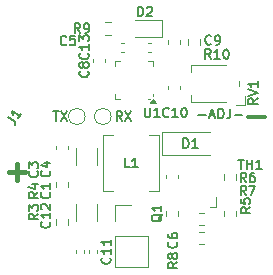
<source format=gbr>
%TF.GenerationSoftware,KiCad,Pcbnew,9.0.1*%
%TF.CreationDate,2025-11-06T23:09:58+01:00*%
%TF.ProjectId,Air_pump_controler,4169725f-7075-46d7-905f-636f6e74726f,0.2*%
%TF.SameCoordinates,Original*%
%TF.FileFunction,Legend,Top*%
%TF.FilePolarity,Positive*%
%FSLAX46Y46*%
G04 Gerber Fmt 4.6, Leading zero omitted, Abs format (unit mm)*
G04 Created by KiCad (PCBNEW 9.0.1) date 2025-11-06 23:09:58*
%MOMM*%
%LPD*%
G01*
G04 APERTURE LIST*
%ADD10C,0.400000*%
%ADD11C,0.150000*%
%ADD12C,0.300000*%
%ADD13C,0.120000*%
%ADD14C,0.100000*%
G04 APERTURE END LIST*
D10*
X146591728Y-91973200D02*
X147963157Y-91973200D01*
X147277442Y-92658914D02*
X147277442Y-91287485D01*
D11*
X162639160Y-87139533D02*
X163248684Y-87139533D01*
X163591540Y-87215723D02*
X163972493Y-87215723D01*
X163515350Y-87444295D02*
X163782017Y-86644295D01*
X163782017Y-86644295D02*
X164048683Y-87444295D01*
X164315350Y-87444295D02*
X164315350Y-86644295D01*
X164315350Y-86644295D02*
X164505826Y-86644295D01*
X164505826Y-86644295D02*
X164620112Y-86682390D01*
X164620112Y-86682390D02*
X164696302Y-86758580D01*
X164696302Y-86758580D02*
X164734397Y-86834771D01*
X164734397Y-86834771D02*
X164772493Y-86987152D01*
X164772493Y-86987152D02*
X164772493Y-87101438D01*
X164772493Y-87101438D02*
X164734397Y-87253819D01*
X164734397Y-87253819D02*
X164696302Y-87330009D01*
X164696302Y-87330009D02*
X164620112Y-87406200D01*
X164620112Y-87406200D02*
X164505826Y-87444295D01*
X164505826Y-87444295D02*
X164315350Y-87444295D01*
X165343921Y-86644295D02*
X165343921Y-87215723D01*
X165343921Y-87215723D02*
X165305826Y-87330009D01*
X165305826Y-87330009D02*
X165229635Y-87406200D01*
X165229635Y-87406200D02*
X165115350Y-87444295D01*
X165115350Y-87444295D02*
X165039159Y-87444295D01*
X165724874Y-87139533D02*
X166334398Y-87139533D01*
D12*
X166875939Y-87378400D02*
X168247368Y-87378400D01*
D11*
X167662295Y-85776189D02*
X167281342Y-86042856D01*
X167662295Y-86233332D02*
X166862295Y-86233332D01*
X166862295Y-86233332D02*
X166862295Y-85928570D01*
X166862295Y-85928570D02*
X166900390Y-85852380D01*
X166900390Y-85852380D02*
X166938485Y-85814285D01*
X166938485Y-85814285D02*
X167014676Y-85776189D01*
X167014676Y-85776189D02*
X167128961Y-85776189D01*
X167128961Y-85776189D02*
X167205152Y-85814285D01*
X167205152Y-85814285D02*
X167243247Y-85852380D01*
X167243247Y-85852380D02*
X167281342Y-85928570D01*
X167281342Y-85928570D02*
X167281342Y-86233332D01*
X166862295Y-85547618D02*
X167662295Y-85280951D01*
X167662295Y-85280951D02*
X166862295Y-85014285D01*
X167662295Y-84328571D02*
X167662295Y-84785714D01*
X167662295Y-84557142D02*
X166862295Y-84557142D01*
X166862295Y-84557142D02*
X166976580Y-84633333D01*
X166976580Y-84633333D02*
X167052771Y-84709523D01*
X167052771Y-84709523D02*
X167090866Y-84785714D01*
X160135714Y-87286104D02*
X160097618Y-87324200D01*
X160097618Y-87324200D02*
X159983333Y-87362295D01*
X159983333Y-87362295D02*
X159907142Y-87362295D01*
X159907142Y-87362295D02*
X159792856Y-87324200D01*
X159792856Y-87324200D02*
X159716666Y-87248009D01*
X159716666Y-87248009D02*
X159678571Y-87171819D01*
X159678571Y-87171819D02*
X159640475Y-87019438D01*
X159640475Y-87019438D02*
X159640475Y-86905152D01*
X159640475Y-86905152D02*
X159678571Y-86752771D01*
X159678571Y-86752771D02*
X159716666Y-86676580D01*
X159716666Y-86676580D02*
X159792856Y-86600390D01*
X159792856Y-86600390D02*
X159907142Y-86562295D01*
X159907142Y-86562295D02*
X159983333Y-86562295D01*
X159983333Y-86562295D02*
X160097618Y-86600390D01*
X160097618Y-86600390D02*
X160135714Y-86638485D01*
X160897618Y-87362295D02*
X160440475Y-87362295D01*
X160669047Y-87362295D02*
X160669047Y-86562295D01*
X160669047Y-86562295D02*
X160592856Y-86676580D01*
X160592856Y-86676580D02*
X160516666Y-86752771D01*
X160516666Y-86752771D02*
X160440475Y-86790866D01*
X161392857Y-86562295D02*
X161469047Y-86562295D01*
X161469047Y-86562295D02*
X161545238Y-86600390D01*
X161545238Y-86600390D02*
X161583333Y-86638485D01*
X161583333Y-86638485D02*
X161621428Y-86714676D01*
X161621428Y-86714676D02*
X161659523Y-86867057D01*
X161659523Y-86867057D02*
X161659523Y-87057533D01*
X161659523Y-87057533D02*
X161621428Y-87209914D01*
X161621428Y-87209914D02*
X161583333Y-87286104D01*
X161583333Y-87286104D02*
X161545238Y-87324200D01*
X161545238Y-87324200D02*
X161469047Y-87362295D01*
X161469047Y-87362295D02*
X161392857Y-87362295D01*
X161392857Y-87362295D02*
X161316666Y-87324200D01*
X161316666Y-87324200D02*
X161278571Y-87286104D01*
X161278571Y-87286104D02*
X161240476Y-87209914D01*
X161240476Y-87209914D02*
X161202380Y-87057533D01*
X161202380Y-87057533D02*
X161202380Y-86867057D01*
X161202380Y-86867057D02*
X161240476Y-86714676D01*
X161240476Y-86714676D02*
X161278571Y-86638485D01*
X161278571Y-86638485D02*
X161316666Y-86600390D01*
X161316666Y-86600390D02*
X161392857Y-86562295D01*
X160862295Y-99633332D02*
X160481342Y-99899999D01*
X160862295Y-100090475D02*
X160062295Y-100090475D01*
X160062295Y-100090475D02*
X160062295Y-99785713D01*
X160062295Y-99785713D02*
X160100390Y-99709523D01*
X160100390Y-99709523D02*
X160138485Y-99671428D01*
X160138485Y-99671428D02*
X160214676Y-99633332D01*
X160214676Y-99633332D02*
X160328961Y-99633332D01*
X160328961Y-99633332D02*
X160405152Y-99671428D01*
X160405152Y-99671428D02*
X160443247Y-99709523D01*
X160443247Y-99709523D02*
X160481342Y-99785713D01*
X160481342Y-99785713D02*
X160481342Y-100090475D01*
X160405152Y-99176190D02*
X160367057Y-99252380D01*
X160367057Y-99252380D02*
X160328961Y-99290475D01*
X160328961Y-99290475D02*
X160252771Y-99328571D01*
X160252771Y-99328571D02*
X160214676Y-99328571D01*
X160214676Y-99328571D02*
X160138485Y-99290475D01*
X160138485Y-99290475D02*
X160100390Y-99252380D01*
X160100390Y-99252380D02*
X160062295Y-99176190D01*
X160062295Y-99176190D02*
X160062295Y-99023809D01*
X160062295Y-99023809D02*
X160100390Y-98947618D01*
X160100390Y-98947618D02*
X160138485Y-98909523D01*
X160138485Y-98909523D02*
X160214676Y-98871428D01*
X160214676Y-98871428D02*
X160252771Y-98871428D01*
X160252771Y-98871428D02*
X160328961Y-98909523D01*
X160328961Y-98909523D02*
X160367057Y-98947618D01*
X160367057Y-98947618D02*
X160405152Y-99023809D01*
X160405152Y-99023809D02*
X160405152Y-99176190D01*
X160405152Y-99176190D02*
X160443247Y-99252380D01*
X160443247Y-99252380D02*
X160481342Y-99290475D01*
X160481342Y-99290475D02*
X160557533Y-99328571D01*
X160557533Y-99328571D02*
X160709914Y-99328571D01*
X160709914Y-99328571D02*
X160786104Y-99290475D01*
X160786104Y-99290475D02*
X160824200Y-99252380D01*
X160824200Y-99252380D02*
X160862295Y-99176190D01*
X160862295Y-99176190D02*
X160862295Y-99023809D01*
X160862295Y-99023809D02*
X160824200Y-98947618D01*
X160824200Y-98947618D02*
X160786104Y-98909523D01*
X160786104Y-98909523D02*
X160709914Y-98871428D01*
X160709914Y-98871428D02*
X160557533Y-98871428D01*
X160557533Y-98871428D02*
X160481342Y-98909523D01*
X160481342Y-98909523D02*
X160443247Y-98947618D01*
X160443247Y-98947618D02*
X160405152Y-99023809D01*
X161359524Y-89962295D02*
X161359524Y-89162295D01*
X161359524Y-89162295D02*
X161550000Y-89162295D01*
X161550000Y-89162295D02*
X161664286Y-89200390D01*
X161664286Y-89200390D02*
X161740476Y-89276580D01*
X161740476Y-89276580D02*
X161778571Y-89352771D01*
X161778571Y-89352771D02*
X161816667Y-89505152D01*
X161816667Y-89505152D02*
X161816667Y-89619438D01*
X161816667Y-89619438D02*
X161778571Y-89771819D01*
X161778571Y-89771819D02*
X161740476Y-89848009D01*
X161740476Y-89848009D02*
X161664286Y-89924200D01*
X161664286Y-89924200D02*
X161550000Y-89962295D01*
X161550000Y-89962295D02*
X161359524Y-89962295D01*
X162578571Y-89962295D02*
X162121428Y-89962295D01*
X162350000Y-89962295D02*
X162350000Y-89162295D01*
X162350000Y-89162295D02*
X162273809Y-89276580D01*
X162273809Y-89276580D02*
X162197619Y-89352771D01*
X162197619Y-89352771D02*
X162121428Y-89390866D01*
X158090476Y-86562295D02*
X158090476Y-87209914D01*
X158090476Y-87209914D02*
X158128571Y-87286104D01*
X158128571Y-87286104D02*
X158166666Y-87324200D01*
X158166666Y-87324200D02*
X158242857Y-87362295D01*
X158242857Y-87362295D02*
X158395238Y-87362295D01*
X158395238Y-87362295D02*
X158471428Y-87324200D01*
X158471428Y-87324200D02*
X158509523Y-87286104D01*
X158509523Y-87286104D02*
X158547619Y-87209914D01*
X158547619Y-87209914D02*
X158547619Y-86562295D01*
X159347618Y-87362295D02*
X158890475Y-87362295D01*
X159119047Y-87362295D02*
X159119047Y-86562295D01*
X159119047Y-86562295D02*
X159042856Y-86676580D01*
X159042856Y-86676580D02*
X158966666Y-86752771D01*
X158966666Y-86752771D02*
X158890475Y-86790866D01*
X153286104Y-81964285D02*
X153324200Y-82002381D01*
X153324200Y-82002381D02*
X153362295Y-82116666D01*
X153362295Y-82116666D02*
X153362295Y-82192857D01*
X153362295Y-82192857D02*
X153324200Y-82307143D01*
X153324200Y-82307143D02*
X153248009Y-82383333D01*
X153248009Y-82383333D02*
X153171819Y-82421428D01*
X153171819Y-82421428D02*
X153019438Y-82459524D01*
X153019438Y-82459524D02*
X152905152Y-82459524D01*
X152905152Y-82459524D02*
X152752771Y-82421428D01*
X152752771Y-82421428D02*
X152676580Y-82383333D01*
X152676580Y-82383333D02*
X152600390Y-82307143D01*
X152600390Y-82307143D02*
X152562295Y-82192857D01*
X152562295Y-82192857D02*
X152562295Y-82116666D01*
X152562295Y-82116666D02*
X152600390Y-82002381D01*
X152600390Y-82002381D02*
X152638485Y-81964285D01*
X153362295Y-81202381D02*
X153362295Y-81659524D01*
X153362295Y-81430952D02*
X152562295Y-81430952D01*
X152562295Y-81430952D02*
X152676580Y-81507143D01*
X152676580Y-81507143D02*
X152752771Y-81583333D01*
X152752771Y-81583333D02*
X152790866Y-81659524D01*
X152562295Y-80935714D02*
X152562295Y-80440476D01*
X152562295Y-80440476D02*
X152867057Y-80707142D01*
X152867057Y-80707142D02*
X152867057Y-80592857D01*
X152867057Y-80592857D02*
X152905152Y-80516666D01*
X152905152Y-80516666D02*
X152943247Y-80478571D01*
X152943247Y-80478571D02*
X153019438Y-80440476D01*
X153019438Y-80440476D02*
X153209914Y-80440476D01*
X153209914Y-80440476D02*
X153286104Y-80478571D01*
X153286104Y-80478571D02*
X153324200Y-80516666D01*
X153324200Y-80516666D02*
X153362295Y-80592857D01*
X153362295Y-80592857D02*
X153362295Y-80821428D01*
X153362295Y-80821428D02*
X153324200Y-80897619D01*
X153324200Y-80897619D02*
X153286104Y-80935714D01*
X151466667Y-81186104D02*
X151428571Y-81224200D01*
X151428571Y-81224200D02*
X151314286Y-81262295D01*
X151314286Y-81262295D02*
X151238095Y-81262295D01*
X151238095Y-81262295D02*
X151123809Y-81224200D01*
X151123809Y-81224200D02*
X151047619Y-81148009D01*
X151047619Y-81148009D02*
X151009524Y-81071819D01*
X151009524Y-81071819D02*
X150971428Y-80919438D01*
X150971428Y-80919438D02*
X150971428Y-80805152D01*
X150971428Y-80805152D02*
X151009524Y-80652771D01*
X151009524Y-80652771D02*
X151047619Y-80576580D01*
X151047619Y-80576580D02*
X151123809Y-80500390D01*
X151123809Y-80500390D02*
X151238095Y-80462295D01*
X151238095Y-80462295D02*
X151314286Y-80462295D01*
X151314286Y-80462295D02*
X151428571Y-80500390D01*
X151428571Y-80500390D02*
X151466667Y-80538485D01*
X152190476Y-80462295D02*
X151809524Y-80462295D01*
X151809524Y-80462295D02*
X151771428Y-80843247D01*
X151771428Y-80843247D02*
X151809524Y-80805152D01*
X151809524Y-80805152D02*
X151885714Y-80767057D01*
X151885714Y-80767057D02*
X152076190Y-80767057D01*
X152076190Y-80767057D02*
X152152381Y-80805152D01*
X152152381Y-80805152D02*
X152190476Y-80843247D01*
X152190476Y-80843247D02*
X152228571Y-80919438D01*
X152228571Y-80919438D02*
X152228571Y-81109914D01*
X152228571Y-81109914D02*
X152190476Y-81186104D01*
X152190476Y-81186104D02*
X152152381Y-81224200D01*
X152152381Y-81224200D02*
X152076190Y-81262295D01*
X152076190Y-81262295D02*
X151885714Y-81262295D01*
X151885714Y-81262295D02*
X151809524Y-81224200D01*
X151809524Y-81224200D02*
X151771428Y-81186104D01*
X159588485Y-95576190D02*
X159550390Y-95652380D01*
X159550390Y-95652380D02*
X159474200Y-95728571D01*
X159474200Y-95728571D02*
X159359914Y-95842857D01*
X159359914Y-95842857D02*
X159321819Y-95919047D01*
X159321819Y-95919047D02*
X159321819Y-95995238D01*
X159512295Y-95957142D02*
X159474200Y-96033333D01*
X159474200Y-96033333D02*
X159398009Y-96109523D01*
X159398009Y-96109523D02*
X159245628Y-96147619D01*
X159245628Y-96147619D02*
X158978961Y-96147619D01*
X158978961Y-96147619D02*
X158826580Y-96109523D01*
X158826580Y-96109523D02*
X158750390Y-96033333D01*
X158750390Y-96033333D02*
X158712295Y-95957142D01*
X158712295Y-95957142D02*
X158712295Y-95804761D01*
X158712295Y-95804761D02*
X158750390Y-95728571D01*
X158750390Y-95728571D02*
X158826580Y-95652380D01*
X158826580Y-95652380D02*
X158978961Y-95614285D01*
X158978961Y-95614285D02*
X159245628Y-95614285D01*
X159245628Y-95614285D02*
X159398009Y-95652380D01*
X159398009Y-95652380D02*
X159474200Y-95728571D01*
X159474200Y-95728571D02*
X159512295Y-95804761D01*
X159512295Y-95804761D02*
X159512295Y-95957142D01*
X159512295Y-94852381D02*
X159512295Y-95309524D01*
X159512295Y-95080952D02*
X158712295Y-95080952D01*
X158712295Y-95080952D02*
X158826580Y-95157143D01*
X158826580Y-95157143D02*
X158902771Y-95233333D01*
X158902771Y-95233333D02*
X158940866Y-95309524D01*
X148986104Y-91933332D02*
X149024200Y-91971428D01*
X149024200Y-91971428D02*
X149062295Y-92085713D01*
X149062295Y-92085713D02*
X149062295Y-92161904D01*
X149062295Y-92161904D02*
X149024200Y-92276190D01*
X149024200Y-92276190D02*
X148948009Y-92352380D01*
X148948009Y-92352380D02*
X148871819Y-92390475D01*
X148871819Y-92390475D02*
X148719438Y-92428571D01*
X148719438Y-92428571D02*
X148605152Y-92428571D01*
X148605152Y-92428571D02*
X148452771Y-92390475D01*
X148452771Y-92390475D02*
X148376580Y-92352380D01*
X148376580Y-92352380D02*
X148300390Y-92276190D01*
X148300390Y-92276190D02*
X148262295Y-92161904D01*
X148262295Y-92161904D02*
X148262295Y-92085713D01*
X148262295Y-92085713D02*
X148300390Y-91971428D01*
X148300390Y-91971428D02*
X148338485Y-91933332D01*
X148262295Y-91666666D02*
X148262295Y-91171428D01*
X148262295Y-91171428D02*
X148567057Y-91438094D01*
X148567057Y-91438094D02*
X148567057Y-91323809D01*
X148567057Y-91323809D02*
X148605152Y-91247618D01*
X148605152Y-91247618D02*
X148643247Y-91209523D01*
X148643247Y-91209523D02*
X148719438Y-91171428D01*
X148719438Y-91171428D02*
X148909914Y-91171428D01*
X148909914Y-91171428D02*
X148986104Y-91209523D01*
X148986104Y-91209523D02*
X149024200Y-91247618D01*
X149024200Y-91247618D02*
X149062295Y-91323809D01*
X149062295Y-91323809D02*
X149062295Y-91552380D01*
X149062295Y-91552380D02*
X149024200Y-91628571D01*
X149024200Y-91628571D02*
X148986104Y-91666666D01*
X163716667Y-81136104D02*
X163678571Y-81174200D01*
X163678571Y-81174200D02*
X163564286Y-81212295D01*
X163564286Y-81212295D02*
X163488095Y-81212295D01*
X163488095Y-81212295D02*
X163373809Y-81174200D01*
X163373809Y-81174200D02*
X163297619Y-81098009D01*
X163297619Y-81098009D02*
X163259524Y-81021819D01*
X163259524Y-81021819D02*
X163221428Y-80869438D01*
X163221428Y-80869438D02*
X163221428Y-80755152D01*
X163221428Y-80755152D02*
X163259524Y-80602771D01*
X163259524Y-80602771D02*
X163297619Y-80526580D01*
X163297619Y-80526580D02*
X163373809Y-80450390D01*
X163373809Y-80450390D02*
X163488095Y-80412295D01*
X163488095Y-80412295D02*
X163564286Y-80412295D01*
X163564286Y-80412295D02*
X163678571Y-80450390D01*
X163678571Y-80450390D02*
X163716667Y-80488485D01*
X164097619Y-81212295D02*
X164250000Y-81212295D01*
X164250000Y-81212295D02*
X164326190Y-81174200D01*
X164326190Y-81174200D02*
X164364286Y-81136104D01*
X164364286Y-81136104D02*
X164440476Y-81021819D01*
X164440476Y-81021819D02*
X164478571Y-80869438D01*
X164478571Y-80869438D02*
X164478571Y-80564676D01*
X164478571Y-80564676D02*
X164440476Y-80488485D01*
X164440476Y-80488485D02*
X164402381Y-80450390D01*
X164402381Y-80450390D02*
X164326190Y-80412295D01*
X164326190Y-80412295D02*
X164173809Y-80412295D01*
X164173809Y-80412295D02*
X164097619Y-80450390D01*
X164097619Y-80450390D02*
X164059524Y-80488485D01*
X164059524Y-80488485D02*
X164021428Y-80564676D01*
X164021428Y-80564676D02*
X164021428Y-80755152D01*
X164021428Y-80755152D02*
X164059524Y-80831342D01*
X164059524Y-80831342D02*
X164097619Y-80869438D01*
X164097619Y-80869438D02*
X164173809Y-80907533D01*
X164173809Y-80907533D02*
X164326190Y-80907533D01*
X164326190Y-80907533D02*
X164402381Y-80869438D01*
X164402381Y-80869438D02*
X164440476Y-80831342D01*
X164440476Y-80831342D02*
X164478571Y-80755152D01*
X150036104Y-91883332D02*
X150074200Y-91921428D01*
X150074200Y-91921428D02*
X150112295Y-92035713D01*
X150112295Y-92035713D02*
X150112295Y-92111904D01*
X150112295Y-92111904D02*
X150074200Y-92226190D01*
X150074200Y-92226190D02*
X149998009Y-92302380D01*
X149998009Y-92302380D02*
X149921819Y-92340475D01*
X149921819Y-92340475D02*
X149769438Y-92378571D01*
X149769438Y-92378571D02*
X149655152Y-92378571D01*
X149655152Y-92378571D02*
X149502771Y-92340475D01*
X149502771Y-92340475D02*
X149426580Y-92302380D01*
X149426580Y-92302380D02*
X149350390Y-92226190D01*
X149350390Y-92226190D02*
X149312295Y-92111904D01*
X149312295Y-92111904D02*
X149312295Y-92035713D01*
X149312295Y-92035713D02*
X149350390Y-91921428D01*
X149350390Y-91921428D02*
X149388485Y-91883332D01*
X149578961Y-91197618D02*
X150112295Y-91197618D01*
X149274200Y-91388094D02*
X149845628Y-91578571D01*
X149845628Y-91578571D02*
X149845628Y-91083332D01*
X153286104Y-83483332D02*
X153324200Y-83521428D01*
X153324200Y-83521428D02*
X153362295Y-83635713D01*
X153362295Y-83635713D02*
X153362295Y-83711904D01*
X153362295Y-83711904D02*
X153324200Y-83826190D01*
X153324200Y-83826190D02*
X153248009Y-83902380D01*
X153248009Y-83902380D02*
X153171819Y-83940475D01*
X153171819Y-83940475D02*
X153019438Y-83978571D01*
X153019438Y-83978571D02*
X152905152Y-83978571D01*
X152905152Y-83978571D02*
X152752771Y-83940475D01*
X152752771Y-83940475D02*
X152676580Y-83902380D01*
X152676580Y-83902380D02*
X152600390Y-83826190D01*
X152600390Y-83826190D02*
X152562295Y-83711904D01*
X152562295Y-83711904D02*
X152562295Y-83635713D01*
X152562295Y-83635713D02*
X152600390Y-83521428D01*
X152600390Y-83521428D02*
X152638485Y-83483332D01*
X152905152Y-83026190D02*
X152867057Y-83102380D01*
X152867057Y-83102380D02*
X152828961Y-83140475D01*
X152828961Y-83140475D02*
X152752771Y-83178571D01*
X152752771Y-83178571D02*
X152714676Y-83178571D01*
X152714676Y-83178571D02*
X152638485Y-83140475D01*
X152638485Y-83140475D02*
X152600390Y-83102380D01*
X152600390Y-83102380D02*
X152562295Y-83026190D01*
X152562295Y-83026190D02*
X152562295Y-82873809D01*
X152562295Y-82873809D02*
X152600390Y-82797618D01*
X152600390Y-82797618D02*
X152638485Y-82759523D01*
X152638485Y-82759523D02*
X152714676Y-82721428D01*
X152714676Y-82721428D02*
X152752771Y-82721428D01*
X152752771Y-82721428D02*
X152828961Y-82759523D01*
X152828961Y-82759523D02*
X152867057Y-82797618D01*
X152867057Y-82797618D02*
X152905152Y-82873809D01*
X152905152Y-82873809D02*
X152905152Y-83026190D01*
X152905152Y-83026190D02*
X152943247Y-83102380D01*
X152943247Y-83102380D02*
X152981342Y-83140475D01*
X152981342Y-83140475D02*
X153057533Y-83178571D01*
X153057533Y-83178571D02*
X153209914Y-83178571D01*
X153209914Y-83178571D02*
X153286104Y-83140475D01*
X153286104Y-83140475D02*
X153324200Y-83102380D01*
X153324200Y-83102380D02*
X153362295Y-83026190D01*
X153362295Y-83026190D02*
X153362295Y-82873809D01*
X153362295Y-82873809D02*
X153324200Y-82797618D01*
X153324200Y-82797618D02*
X153286104Y-82759523D01*
X153286104Y-82759523D02*
X153209914Y-82721428D01*
X153209914Y-82721428D02*
X153057533Y-82721428D01*
X153057533Y-82721428D02*
X152981342Y-82759523D01*
X152981342Y-82759523D02*
X152943247Y-82797618D01*
X152943247Y-82797618D02*
X152905152Y-82873809D01*
X166666667Y-92862295D02*
X166400000Y-92481342D01*
X166209524Y-92862295D02*
X166209524Y-92062295D01*
X166209524Y-92062295D02*
X166514286Y-92062295D01*
X166514286Y-92062295D02*
X166590476Y-92100390D01*
X166590476Y-92100390D02*
X166628571Y-92138485D01*
X166628571Y-92138485D02*
X166666667Y-92214676D01*
X166666667Y-92214676D02*
X166666667Y-92328961D01*
X166666667Y-92328961D02*
X166628571Y-92405152D01*
X166628571Y-92405152D02*
X166590476Y-92443247D01*
X166590476Y-92443247D02*
X166514286Y-92481342D01*
X166514286Y-92481342D02*
X166209524Y-92481342D01*
X167352381Y-92062295D02*
X167200000Y-92062295D01*
X167200000Y-92062295D02*
X167123809Y-92100390D01*
X167123809Y-92100390D02*
X167085714Y-92138485D01*
X167085714Y-92138485D02*
X167009524Y-92252771D01*
X167009524Y-92252771D02*
X166971428Y-92405152D01*
X166971428Y-92405152D02*
X166971428Y-92709914D01*
X166971428Y-92709914D02*
X167009524Y-92786104D01*
X167009524Y-92786104D02*
X167047619Y-92824200D01*
X167047619Y-92824200D02*
X167123809Y-92862295D01*
X167123809Y-92862295D02*
X167276190Y-92862295D01*
X167276190Y-92862295D02*
X167352381Y-92824200D01*
X167352381Y-92824200D02*
X167390476Y-92786104D01*
X167390476Y-92786104D02*
X167428571Y-92709914D01*
X167428571Y-92709914D02*
X167428571Y-92519438D01*
X167428571Y-92519438D02*
X167390476Y-92443247D01*
X167390476Y-92443247D02*
X167352381Y-92405152D01*
X167352381Y-92405152D02*
X167276190Y-92367057D01*
X167276190Y-92367057D02*
X167123809Y-92367057D01*
X167123809Y-92367057D02*
X167047619Y-92405152D01*
X167047619Y-92405152D02*
X167009524Y-92443247D01*
X167009524Y-92443247D02*
X166971428Y-92519438D01*
X166666667Y-93962295D02*
X166400000Y-93581342D01*
X166209524Y-93962295D02*
X166209524Y-93162295D01*
X166209524Y-93162295D02*
X166514286Y-93162295D01*
X166514286Y-93162295D02*
X166590476Y-93200390D01*
X166590476Y-93200390D02*
X166628571Y-93238485D01*
X166628571Y-93238485D02*
X166666667Y-93314676D01*
X166666667Y-93314676D02*
X166666667Y-93428961D01*
X166666667Y-93428961D02*
X166628571Y-93505152D01*
X166628571Y-93505152D02*
X166590476Y-93543247D01*
X166590476Y-93543247D02*
X166514286Y-93581342D01*
X166514286Y-93581342D02*
X166209524Y-93581342D01*
X166933333Y-93162295D02*
X167466667Y-93162295D01*
X167466667Y-93162295D02*
X167123809Y-93962295D01*
X156816666Y-91612295D02*
X156435714Y-91612295D01*
X156435714Y-91612295D02*
X156435714Y-90812295D01*
X157502380Y-91612295D02*
X157045237Y-91612295D01*
X157273809Y-91612295D02*
X157273809Y-90812295D01*
X157273809Y-90812295D02*
X157197618Y-90926580D01*
X157197618Y-90926580D02*
X157121428Y-91002771D01*
X157121428Y-91002771D02*
X157045237Y-91040866D01*
X150340476Y-86862295D02*
X150797619Y-86862295D01*
X150569047Y-87662295D02*
X150569047Y-86862295D01*
X150988095Y-86862295D02*
X151521429Y-87662295D01*
X151521429Y-86862295D02*
X150988095Y-87662295D01*
X166021428Y-90962295D02*
X166478571Y-90962295D01*
X166249999Y-91762295D02*
X166249999Y-90962295D01*
X166745238Y-91762295D02*
X166745238Y-90962295D01*
X166745238Y-91343247D02*
X167202381Y-91343247D01*
X167202381Y-91762295D02*
X167202381Y-90962295D01*
X168002380Y-91762295D02*
X167545237Y-91762295D01*
X167773809Y-91762295D02*
X167773809Y-90962295D01*
X167773809Y-90962295D02*
X167697618Y-91076580D01*
X167697618Y-91076580D02*
X167621428Y-91152771D01*
X167621428Y-91152771D02*
X167545237Y-91190866D01*
X149062295Y-93733332D02*
X148681342Y-93999999D01*
X149062295Y-94190475D02*
X148262295Y-94190475D01*
X148262295Y-94190475D02*
X148262295Y-93885713D01*
X148262295Y-93885713D02*
X148300390Y-93809523D01*
X148300390Y-93809523D02*
X148338485Y-93771428D01*
X148338485Y-93771428D02*
X148414676Y-93733332D01*
X148414676Y-93733332D02*
X148528961Y-93733332D01*
X148528961Y-93733332D02*
X148605152Y-93771428D01*
X148605152Y-93771428D02*
X148643247Y-93809523D01*
X148643247Y-93809523D02*
X148681342Y-93885713D01*
X148681342Y-93885713D02*
X148681342Y-94190475D01*
X148528961Y-93047618D02*
X149062295Y-93047618D01*
X148224200Y-93238094D02*
X148795628Y-93428571D01*
X148795628Y-93428571D02*
X148795628Y-92933332D01*
X160786104Y-97933332D02*
X160824200Y-97971428D01*
X160824200Y-97971428D02*
X160862295Y-98085713D01*
X160862295Y-98085713D02*
X160862295Y-98161904D01*
X160862295Y-98161904D02*
X160824200Y-98276190D01*
X160824200Y-98276190D02*
X160748009Y-98352380D01*
X160748009Y-98352380D02*
X160671819Y-98390475D01*
X160671819Y-98390475D02*
X160519438Y-98428571D01*
X160519438Y-98428571D02*
X160405152Y-98428571D01*
X160405152Y-98428571D02*
X160252771Y-98390475D01*
X160252771Y-98390475D02*
X160176580Y-98352380D01*
X160176580Y-98352380D02*
X160100390Y-98276190D01*
X160100390Y-98276190D02*
X160062295Y-98161904D01*
X160062295Y-98161904D02*
X160062295Y-98085713D01*
X160062295Y-98085713D02*
X160100390Y-97971428D01*
X160100390Y-97971428D02*
X160138485Y-97933332D01*
X160062295Y-97247618D02*
X160062295Y-97399999D01*
X160062295Y-97399999D02*
X160100390Y-97476190D01*
X160100390Y-97476190D02*
X160138485Y-97514285D01*
X160138485Y-97514285D02*
X160252771Y-97590475D01*
X160252771Y-97590475D02*
X160405152Y-97628571D01*
X160405152Y-97628571D02*
X160709914Y-97628571D01*
X160709914Y-97628571D02*
X160786104Y-97590475D01*
X160786104Y-97590475D02*
X160824200Y-97552380D01*
X160824200Y-97552380D02*
X160862295Y-97476190D01*
X160862295Y-97476190D02*
X160862295Y-97323809D01*
X160862295Y-97323809D02*
X160824200Y-97247618D01*
X160824200Y-97247618D02*
X160786104Y-97209523D01*
X160786104Y-97209523D02*
X160709914Y-97171428D01*
X160709914Y-97171428D02*
X160519438Y-97171428D01*
X160519438Y-97171428D02*
X160443247Y-97209523D01*
X160443247Y-97209523D02*
X160405152Y-97247618D01*
X160405152Y-97247618D02*
X160367057Y-97323809D01*
X160367057Y-97323809D02*
X160367057Y-97476190D01*
X160367057Y-97476190D02*
X160405152Y-97552380D01*
X160405152Y-97552380D02*
X160443247Y-97590475D01*
X160443247Y-97590475D02*
X160519438Y-97628571D01*
X150036104Y-96214285D02*
X150074200Y-96252381D01*
X150074200Y-96252381D02*
X150112295Y-96366666D01*
X150112295Y-96366666D02*
X150112295Y-96442857D01*
X150112295Y-96442857D02*
X150074200Y-96557143D01*
X150074200Y-96557143D02*
X149998009Y-96633333D01*
X149998009Y-96633333D02*
X149921819Y-96671428D01*
X149921819Y-96671428D02*
X149769438Y-96709524D01*
X149769438Y-96709524D02*
X149655152Y-96709524D01*
X149655152Y-96709524D02*
X149502771Y-96671428D01*
X149502771Y-96671428D02*
X149426580Y-96633333D01*
X149426580Y-96633333D02*
X149350390Y-96557143D01*
X149350390Y-96557143D02*
X149312295Y-96442857D01*
X149312295Y-96442857D02*
X149312295Y-96366666D01*
X149312295Y-96366666D02*
X149350390Y-96252381D01*
X149350390Y-96252381D02*
X149388485Y-96214285D01*
X150112295Y-95452381D02*
X150112295Y-95909524D01*
X150112295Y-95680952D02*
X149312295Y-95680952D01*
X149312295Y-95680952D02*
X149426580Y-95757143D01*
X149426580Y-95757143D02*
X149502771Y-95833333D01*
X149502771Y-95833333D02*
X149540866Y-95909524D01*
X149388485Y-95147619D02*
X149350390Y-95109523D01*
X149350390Y-95109523D02*
X149312295Y-95033333D01*
X149312295Y-95033333D02*
X149312295Y-94842857D01*
X149312295Y-94842857D02*
X149350390Y-94766666D01*
X149350390Y-94766666D02*
X149388485Y-94728571D01*
X149388485Y-94728571D02*
X149464676Y-94690476D01*
X149464676Y-94690476D02*
X149540866Y-94690476D01*
X149540866Y-94690476D02*
X149655152Y-94728571D01*
X149655152Y-94728571D02*
X150112295Y-95185714D01*
X150112295Y-95185714D02*
X150112295Y-94690476D01*
X167012295Y-94983332D02*
X166631342Y-95249999D01*
X167012295Y-95440475D02*
X166212295Y-95440475D01*
X166212295Y-95440475D02*
X166212295Y-95135713D01*
X166212295Y-95135713D02*
X166250390Y-95059523D01*
X166250390Y-95059523D02*
X166288485Y-95021428D01*
X166288485Y-95021428D02*
X166364676Y-94983332D01*
X166364676Y-94983332D02*
X166478961Y-94983332D01*
X166478961Y-94983332D02*
X166555152Y-95021428D01*
X166555152Y-95021428D02*
X166593247Y-95059523D01*
X166593247Y-95059523D02*
X166631342Y-95135713D01*
X166631342Y-95135713D02*
X166631342Y-95440475D01*
X166212295Y-94259523D02*
X166212295Y-94640475D01*
X166212295Y-94640475D02*
X166593247Y-94678571D01*
X166593247Y-94678571D02*
X166555152Y-94640475D01*
X166555152Y-94640475D02*
X166517057Y-94564285D01*
X166517057Y-94564285D02*
X166517057Y-94373809D01*
X166517057Y-94373809D02*
X166555152Y-94297618D01*
X166555152Y-94297618D02*
X166593247Y-94259523D01*
X166593247Y-94259523D02*
X166669438Y-94221428D01*
X166669438Y-94221428D02*
X166859914Y-94221428D01*
X166859914Y-94221428D02*
X166936104Y-94259523D01*
X166936104Y-94259523D02*
X166974200Y-94297618D01*
X166974200Y-94297618D02*
X167012295Y-94373809D01*
X167012295Y-94373809D02*
X167012295Y-94564285D01*
X167012295Y-94564285D02*
X166974200Y-94640475D01*
X166974200Y-94640475D02*
X166936104Y-94678571D01*
X150036104Y-93733332D02*
X150074200Y-93771428D01*
X150074200Y-93771428D02*
X150112295Y-93885713D01*
X150112295Y-93885713D02*
X150112295Y-93961904D01*
X150112295Y-93961904D02*
X150074200Y-94076190D01*
X150074200Y-94076190D02*
X149998009Y-94152380D01*
X149998009Y-94152380D02*
X149921819Y-94190475D01*
X149921819Y-94190475D02*
X149769438Y-94228571D01*
X149769438Y-94228571D02*
X149655152Y-94228571D01*
X149655152Y-94228571D02*
X149502771Y-94190475D01*
X149502771Y-94190475D02*
X149426580Y-94152380D01*
X149426580Y-94152380D02*
X149350390Y-94076190D01*
X149350390Y-94076190D02*
X149312295Y-93961904D01*
X149312295Y-93961904D02*
X149312295Y-93885713D01*
X149312295Y-93885713D02*
X149350390Y-93771428D01*
X149350390Y-93771428D02*
X149388485Y-93733332D01*
X150112295Y-92971428D02*
X150112295Y-93428571D01*
X150112295Y-93199999D02*
X149312295Y-93199999D01*
X149312295Y-93199999D02*
X149426580Y-93276190D01*
X149426580Y-93276190D02*
X149502771Y-93352380D01*
X149502771Y-93352380D02*
X149540866Y-93428571D01*
X152616667Y-80212295D02*
X152350000Y-79831342D01*
X152159524Y-80212295D02*
X152159524Y-79412295D01*
X152159524Y-79412295D02*
X152464286Y-79412295D01*
X152464286Y-79412295D02*
X152540476Y-79450390D01*
X152540476Y-79450390D02*
X152578571Y-79488485D01*
X152578571Y-79488485D02*
X152616667Y-79564676D01*
X152616667Y-79564676D02*
X152616667Y-79678961D01*
X152616667Y-79678961D02*
X152578571Y-79755152D01*
X152578571Y-79755152D02*
X152540476Y-79793247D01*
X152540476Y-79793247D02*
X152464286Y-79831342D01*
X152464286Y-79831342D02*
X152159524Y-79831342D01*
X152997619Y-80212295D02*
X153150000Y-80212295D01*
X153150000Y-80212295D02*
X153226190Y-80174200D01*
X153226190Y-80174200D02*
X153264286Y-80136104D01*
X153264286Y-80136104D02*
X153340476Y-80021819D01*
X153340476Y-80021819D02*
X153378571Y-79869438D01*
X153378571Y-79869438D02*
X153378571Y-79564676D01*
X153378571Y-79564676D02*
X153340476Y-79488485D01*
X153340476Y-79488485D02*
X153302381Y-79450390D01*
X153302381Y-79450390D02*
X153226190Y-79412295D01*
X153226190Y-79412295D02*
X153073809Y-79412295D01*
X153073809Y-79412295D02*
X152997619Y-79450390D01*
X152997619Y-79450390D02*
X152959524Y-79488485D01*
X152959524Y-79488485D02*
X152921428Y-79564676D01*
X152921428Y-79564676D02*
X152921428Y-79755152D01*
X152921428Y-79755152D02*
X152959524Y-79831342D01*
X152959524Y-79831342D02*
X152997619Y-79869438D01*
X152997619Y-79869438D02*
X153073809Y-79907533D01*
X153073809Y-79907533D02*
X153226190Y-79907533D01*
X153226190Y-79907533D02*
X153302381Y-79869438D01*
X153302381Y-79869438D02*
X153340476Y-79831342D01*
X153340476Y-79831342D02*
X153378571Y-79755152D01*
X157509524Y-78812295D02*
X157509524Y-78012295D01*
X157509524Y-78012295D02*
X157700000Y-78012295D01*
X157700000Y-78012295D02*
X157814286Y-78050390D01*
X157814286Y-78050390D02*
X157890476Y-78126580D01*
X157890476Y-78126580D02*
X157928571Y-78202771D01*
X157928571Y-78202771D02*
X157966667Y-78355152D01*
X157966667Y-78355152D02*
X157966667Y-78469438D01*
X157966667Y-78469438D02*
X157928571Y-78621819D01*
X157928571Y-78621819D02*
X157890476Y-78698009D01*
X157890476Y-78698009D02*
X157814286Y-78774200D01*
X157814286Y-78774200D02*
X157700000Y-78812295D01*
X157700000Y-78812295D02*
X157509524Y-78812295D01*
X158271428Y-78088485D02*
X158309524Y-78050390D01*
X158309524Y-78050390D02*
X158385714Y-78012295D01*
X158385714Y-78012295D02*
X158576190Y-78012295D01*
X158576190Y-78012295D02*
X158652381Y-78050390D01*
X158652381Y-78050390D02*
X158690476Y-78088485D01*
X158690476Y-78088485D02*
X158728571Y-78164676D01*
X158728571Y-78164676D02*
X158728571Y-78240866D01*
X158728571Y-78240866D02*
X158690476Y-78355152D01*
X158690476Y-78355152D02*
X158233333Y-78812295D01*
X158233333Y-78812295D02*
X158728571Y-78812295D01*
X146542964Y-87363860D02*
X147037836Y-87649574D01*
X147037836Y-87649574D02*
X147117762Y-87739709D01*
X147117762Y-87739709D02*
X147145650Y-87843787D01*
X147145650Y-87843787D02*
X147121498Y-87961809D01*
X147121498Y-87961809D02*
X147083403Y-88027792D01*
X147635784Y-87071039D02*
X147407213Y-87466937D01*
X147521499Y-87268988D02*
X146828678Y-86868988D01*
X146828678Y-86868988D02*
X146889557Y-86992114D01*
X146889557Y-86992114D02*
X146917445Y-87096192D01*
X146917445Y-87096192D02*
X146912341Y-87181223D01*
X163685714Y-82412295D02*
X163419047Y-82031342D01*
X163228571Y-82412295D02*
X163228571Y-81612295D01*
X163228571Y-81612295D02*
X163533333Y-81612295D01*
X163533333Y-81612295D02*
X163609523Y-81650390D01*
X163609523Y-81650390D02*
X163647618Y-81688485D01*
X163647618Y-81688485D02*
X163685714Y-81764676D01*
X163685714Y-81764676D02*
X163685714Y-81878961D01*
X163685714Y-81878961D02*
X163647618Y-81955152D01*
X163647618Y-81955152D02*
X163609523Y-81993247D01*
X163609523Y-81993247D02*
X163533333Y-82031342D01*
X163533333Y-82031342D02*
X163228571Y-82031342D01*
X164447618Y-82412295D02*
X163990475Y-82412295D01*
X164219047Y-82412295D02*
X164219047Y-81612295D01*
X164219047Y-81612295D02*
X164142856Y-81726580D01*
X164142856Y-81726580D02*
X164066666Y-81802771D01*
X164066666Y-81802771D02*
X163990475Y-81840866D01*
X164942857Y-81612295D02*
X165019047Y-81612295D01*
X165019047Y-81612295D02*
X165095238Y-81650390D01*
X165095238Y-81650390D02*
X165133333Y-81688485D01*
X165133333Y-81688485D02*
X165171428Y-81764676D01*
X165171428Y-81764676D02*
X165209523Y-81917057D01*
X165209523Y-81917057D02*
X165209523Y-82107533D01*
X165209523Y-82107533D02*
X165171428Y-82259914D01*
X165171428Y-82259914D02*
X165133333Y-82336104D01*
X165133333Y-82336104D02*
X165095238Y-82374200D01*
X165095238Y-82374200D02*
X165019047Y-82412295D01*
X165019047Y-82412295D02*
X164942857Y-82412295D01*
X164942857Y-82412295D02*
X164866666Y-82374200D01*
X164866666Y-82374200D02*
X164828571Y-82336104D01*
X164828571Y-82336104D02*
X164790476Y-82259914D01*
X164790476Y-82259914D02*
X164752380Y-82107533D01*
X164752380Y-82107533D02*
X164752380Y-81917057D01*
X164752380Y-81917057D02*
X164790476Y-81764676D01*
X164790476Y-81764676D02*
X164828571Y-81688485D01*
X164828571Y-81688485D02*
X164866666Y-81650390D01*
X164866666Y-81650390D02*
X164942857Y-81612295D01*
X156166667Y-87662295D02*
X155900000Y-87281342D01*
X155709524Y-87662295D02*
X155709524Y-86862295D01*
X155709524Y-86862295D02*
X156014286Y-86862295D01*
X156014286Y-86862295D02*
X156090476Y-86900390D01*
X156090476Y-86900390D02*
X156128571Y-86938485D01*
X156128571Y-86938485D02*
X156166667Y-87014676D01*
X156166667Y-87014676D02*
X156166667Y-87128961D01*
X156166667Y-87128961D02*
X156128571Y-87205152D01*
X156128571Y-87205152D02*
X156090476Y-87243247D01*
X156090476Y-87243247D02*
X156014286Y-87281342D01*
X156014286Y-87281342D02*
X155709524Y-87281342D01*
X156433333Y-86862295D02*
X156966667Y-87662295D01*
X156966667Y-86862295D02*
X156433333Y-87662295D01*
X155146104Y-99264285D02*
X155184200Y-99302381D01*
X155184200Y-99302381D02*
X155222295Y-99416666D01*
X155222295Y-99416666D02*
X155222295Y-99492857D01*
X155222295Y-99492857D02*
X155184200Y-99607143D01*
X155184200Y-99607143D02*
X155108009Y-99683333D01*
X155108009Y-99683333D02*
X155031819Y-99721428D01*
X155031819Y-99721428D02*
X154879438Y-99759524D01*
X154879438Y-99759524D02*
X154765152Y-99759524D01*
X154765152Y-99759524D02*
X154612771Y-99721428D01*
X154612771Y-99721428D02*
X154536580Y-99683333D01*
X154536580Y-99683333D02*
X154460390Y-99607143D01*
X154460390Y-99607143D02*
X154422295Y-99492857D01*
X154422295Y-99492857D02*
X154422295Y-99416666D01*
X154422295Y-99416666D02*
X154460390Y-99302381D01*
X154460390Y-99302381D02*
X154498485Y-99264285D01*
X155222295Y-98502381D02*
X155222295Y-98959524D01*
X155222295Y-98730952D02*
X154422295Y-98730952D01*
X154422295Y-98730952D02*
X154536580Y-98807143D01*
X154536580Y-98807143D02*
X154612771Y-98883333D01*
X154612771Y-98883333D02*
X154650866Y-98959524D01*
X155222295Y-97740476D02*
X155222295Y-98197619D01*
X155222295Y-97969047D02*
X154422295Y-97969047D01*
X154422295Y-97969047D02*
X154536580Y-98045238D01*
X154536580Y-98045238D02*
X154612771Y-98121428D01*
X154612771Y-98121428D02*
X154650866Y-98197619D01*
X149062295Y-95533332D02*
X148681342Y-95799999D01*
X149062295Y-95990475D02*
X148262295Y-95990475D01*
X148262295Y-95990475D02*
X148262295Y-95685713D01*
X148262295Y-95685713D02*
X148300390Y-95609523D01*
X148300390Y-95609523D02*
X148338485Y-95571428D01*
X148338485Y-95571428D02*
X148414676Y-95533332D01*
X148414676Y-95533332D02*
X148528961Y-95533332D01*
X148528961Y-95533332D02*
X148605152Y-95571428D01*
X148605152Y-95571428D02*
X148643247Y-95609523D01*
X148643247Y-95609523D02*
X148681342Y-95685713D01*
X148681342Y-95685713D02*
X148681342Y-95990475D01*
X148262295Y-95266666D02*
X148262295Y-94771428D01*
X148262295Y-94771428D02*
X148567057Y-95038094D01*
X148567057Y-95038094D02*
X148567057Y-94923809D01*
X148567057Y-94923809D02*
X148605152Y-94847618D01*
X148605152Y-94847618D02*
X148643247Y-94809523D01*
X148643247Y-94809523D02*
X148719438Y-94771428D01*
X148719438Y-94771428D02*
X148909914Y-94771428D01*
X148909914Y-94771428D02*
X148986104Y-94809523D01*
X148986104Y-94809523D02*
X149024200Y-94847618D01*
X149024200Y-94847618D02*
X149062295Y-94923809D01*
X149062295Y-94923809D02*
X149062295Y-95152380D01*
X149062295Y-95152380D02*
X149024200Y-95228571D01*
X149024200Y-95228571D02*
X148986104Y-95266666D01*
D13*
%TO.C,RV1*%
X162050000Y-82900000D02*
X162050000Y-83500000D01*
X162050000Y-86100000D02*
X162050000Y-85500000D01*
X164950000Y-82900000D02*
X162050000Y-82900000D01*
X164950000Y-86100000D02*
X162050000Y-86100000D01*
X165850000Y-86300000D02*
X166550000Y-86300000D01*
X166050000Y-84700000D02*
X166050000Y-84300000D01*
X166550000Y-86300000D02*
X166550000Y-85600000D01*
%TO.C,C10*%
X160040000Y-84709419D02*
X160040000Y-84990581D01*
X161060000Y-84709419D02*
X161060000Y-84990581D01*
%TO.C,R8*%
X159877500Y-95262742D02*
X159877500Y-95737258D01*
X160922500Y-95262742D02*
X160922500Y-95737258D01*
%TO.C,D1*%
X159590000Y-88600000D02*
X159590000Y-90600000D01*
X159590000Y-88600000D02*
X163600000Y-88600000D01*
X159590000Y-90600000D02*
X163600000Y-90600000D01*
%TO.C,U1*%
X155590000Y-82590000D02*
X155590000Y-83040000D01*
X155590000Y-85810000D02*
X155590000Y-85360000D01*
X156040000Y-82590000D02*
X155590000Y-82590000D01*
X156040000Y-85810000D02*
X155590000Y-85810000D01*
X158360000Y-82590000D02*
X158810000Y-82590000D01*
X158360000Y-85810000D02*
X158510000Y-85810000D01*
X158810000Y-82590000D02*
X158810000Y-83040000D01*
X158810000Y-85360000D02*
X158810000Y-85570000D01*
X159050000Y-86140000D02*
X158570000Y-86140000D01*
X158810000Y-85810000D01*
X159050000Y-86140000D01*
G36*
X159050000Y-86140000D02*
G01*
X158570000Y-86140000D01*
X158810000Y-85810000D01*
X159050000Y-86140000D01*
G37*
%TO.C,C13*%
X156307836Y-81090000D02*
X156092164Y-81090000D01*
X156307836Y-81810000D02*
X156092164Y-81810000D01*
%TO.C,C5*%
X158392164Y-81090000D02*
X158607836Y-81090000D01*
X158392164Y-81810000D02*
X158607836Y-81810000D01*
D14*
%TO.C,Q1*%
X164150000Y-94150000D02*
X164150000Y-94950000D01*
X164150000Y-94950000D02*
X163650000Y-94950000D01*
D13*
%TO.C,C3*%
X150590000Y-89759420D02*
X150590000Y-90040580D01*
X151610000Y-89759420D02*
X151610000Y-90040580D01*
%TO.C,C9*%
X160040000Y-81140580D02*
X160040000Y-80859420D01*
X161060000Y-81140580D02*
X161060000Y-80859420D01*
%TO.C,C4*%
X152240000Y-89988748D02*
X152240000Y-91411252D01*
X154060000Y-89988748D02*
X154060000Y-91411252D01*
%TO.C,C8*%
X153740000Y-82690581D02*
X153740000Y-82409419D01*
X154760000Y-82690581D02*
X154760000Y-82409419D01*
%TO.C,R6*%
X164777500Y-95737258D02*
X164777500Y-95262742D01*
X165822500Y-95737258D02*
X165822500Y-95262742D01*
%TO.C,R7*%
X163137258Y-95477500D02*
X162662742Y-95477500D01*
X163137258Y-96522500D02*
X162662742Y-96522500D01*
%TO.C,L1*%
X154590000Y-88890000D02*
X155440000Y-88890000D01*
X154590000Y-93610000D02*
X154590000Y-88890000D01*
X154590000Y-93610000D02*
X155440000Y-93610000D01*
X159310000Y-88890000D02*
X158460000Y-88890000D01*
X159310000Y-93610000D02*
X158460000Y-93610000D01*
X159310000Y-93610000D02*
X159310000Y-88890000D01*
%TO.C,TX*%
X153050000Y-87300000D02*
G75*
G02*
X151650000Y-87300000I-700000J0D01*
G01*
X151650000Y-87300000D02*
G75*
G02*
X153050000Y-87300000I700000J0D01*
G01*
%TO.C,J2*%
X155569999Y-97420000D02*
X155570000Y-100070000D01*
X155569999Y-97420000D02*
X158330000Y-97420000D01*
X155570000Y-94769999D02*
X156950000Y-94770000D01*
X155570000Y-96150000D02*
X155570000Y-94769999D01*
X155570000Y-100070000D02*
X158330000Y-100069999D01*
X158330000Y-97420000D02*
X158330000Y-100069999D01*
%TO.C,TH1*%
X164777500Y-92162742D02*
X164777500Y-92637258D01*
X165822500Y-92162742D02*
X165822500Y-92637258D01*
%TO.C,R4*%
X150577500Y-92812742D02*
X150577500Y-93287258D01*
X151622500Y-92812742D02*
X151622500Y-93287258D01*
%TO.C,C6*%
X159890000Y-92259420D02*
X159890000Y-92540580D01*
X160910000Y-92259420D02*
X160910000Y-92540580D01*
%TO.C,C12*%
X152240000Y-98642164D02*
X152240000Y-98857836D01*
X152960000Y-98642164D02*
X152960000Y-98857836D01*
%TO.C,R5*%
X163137258Y-97077500D02*
X162662742Y-97077500D01*
X163137258Y-98122500D02*
X162662742Y-98122500D01*
%TO.C,C1*%
X152240000Y-96161252D02*
X152240000Y-94738748D01*
X154060000Y-96161252D02*
X154060000Y-94738748D01*
%TO.C,R9*%
X155237258Y-79327500D02*
X154762742Y-79327500D01*
X155237258Y-80372500D02*
X154762742Y-80372500D01*
%TO.C,D2*%
X157300000Y-80585000D02*
X159585000Y-80585000D01*
X159585000Y-79115000D02*
X157300000Y-79115000D01*
X159585000Y-80585000D02*
X159585000Y-79115000D01*
%TO.C,R10*%
X161727500Y-80762742D02*
X161727500Y-81237258D01*
X162772500Y-80762742D02*
X162772500Y-81237258D01*
%TO.C,RX*%
X155250000Y-87300000D02*
G75*
G02*
X153850000Y-87300000I-700000J0D01*
G01*
X153850000Y-87300000D02*
G75*
G02*
X155250000Y-87300000I700000J0D01*
G01*
%TO.C,C11*%
X153340000Y-98642164D02*
X153340000Y-98857836D01*
X154060000Y-98642164D02*
X154060000Y-98857836D01*
%TO.C,R3*%
X150577500Y-96012742D02*
X150577500Y-96487258D01*
X151622500Y-96012742D02*
X151622500Y-96487258D01*
%TD*%
M02*

</source>
